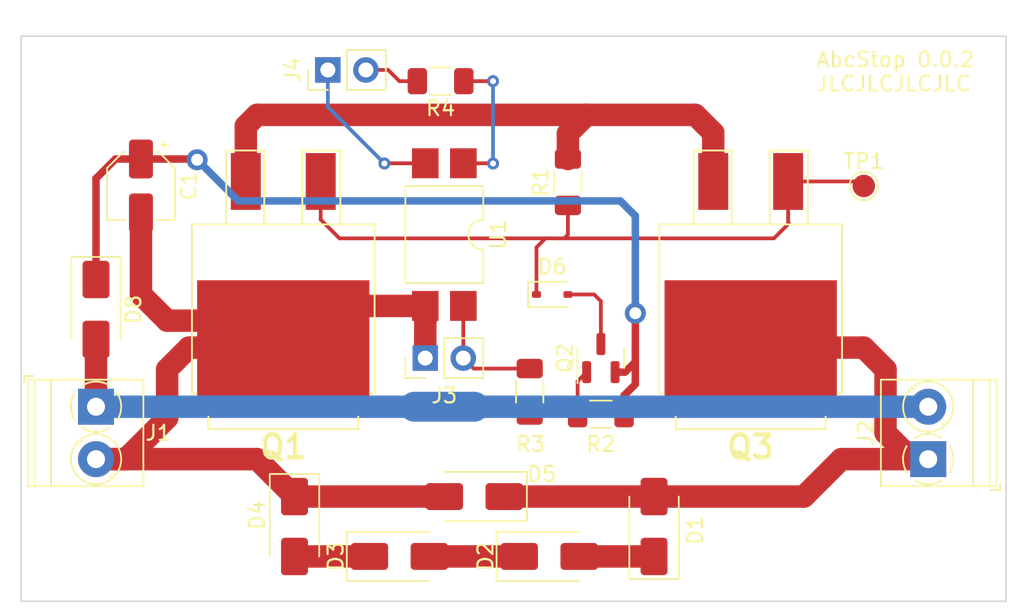
<source format=kicad_pcb>
(kicad_pcb (version 20221018) (generator pcbnew)
  (title_block (title "AbcStop") (date "2023-06-01") (rev "0.0.2") (company "Dcc Diy Tools"))
  (layers (0 "F.Cu" signal) (31 "B.Cu" signal) (34 "B.Paste" user) (35 "F.Paste" user) (36 "B.SilkS" user "B.Silkscreen") (37 "F.SilkS" user "F.Silkscreen") (38 "B.Mask" user) (39 "F.Mask" user) (44 "Edge.Cuts" user))
  (net 0 "")
  (net 1 "/d1")
  (net 2 "/Right_OUT")
  (net 3 "/d2")
  (net 4 "/d3")
  (net 5 "/Right_IN")
  (net 6 "/Left_IN")
  (net 7 "/Left_OUT")
  (net 8 "/High_Right")
  (net 9 "Net-(D6-K)")
  (net 10 "Net-(D6-A)")
  (net 11 "Net-(J3-Pin_2)")
  (net 12 "/GRight")
  (net 13 "Net-(R4-Pad1)")
  (net 14 "/en")
  (net 15 "/enGnd")
  (net 16 "/Right_1")
  (footprint "Diode_SMD:D_SMA" (layer "F.Cu") (at 63 53.5 -90)
    (fp_text reference "D8" (at 0 -2.5 90) (layer "F.SilkS"))
    (fp_text value "ES1G+")
    (fp_line (start -3.51 -1.65) (end -3.51 1.65) (stroke (width 0.12)) (layer "F.SilkS"))
    (fp_line (start -3.51 -1.65) (end 2 -1.65) (stroke (width 0.12)) (layer "F.SilkS"))
    (fp_line (start -3.51 1.65) (end 2 1.65) (stroke (width 0.12)) (layer "F.SilkS"))
    (pad "1" smd roundrect (at -2 0 270) (size 2.5 1.8) (layers "F.Cu" "F.Paste" "F.Mask") (roundrect_rratio 0.1388888889) (net 8 "/High_Right"))
    (pad "2" smd roundrect (at 2 0 270) (size 2.5 1.8) (layers "F.Cu" "F.Paste" "F.Mask") (roundrect_rratio 0.1388888889) (net 6 "/Left_IN"))
  )
  (footprint "Resistor_SMD:R_1206_3216Metric_Pad1.30x1.75mm_HandSolder" (layer "F.Cu") (at 96.7 60.5)
    (fp_text reference "R2" (at 0 2) (layer "F.SilkS"))
    (fp_text value "3K")
    (fp_line (start -0.727064 -0.91) (end 0.727064 -0.91) (stroke (width 0.12)) (layer "F.SilkS"))
    (fp_line (start -0.727064 0.91) (end 0.727064 0.91) (stroke (width 0.12)) (layer "F.SilkS"))
    (pad "1" smd roundrect (at -1.55 0) (size 1.3 1.75) (layers "F.Cu" "F.Paste" "F.Mask") (roundrect_rratio 0.192308) (net 12 "/GRight"))
    (pad "2" smd roundrect (at 1.55 0) (size 1.3 1.75) (layers "F.Cu" "F.Paste" "F.Mask") (roundrect_rratio 0.192308) (net 8 "/High_Right"))
  )
  (footprint "DigitalTrains:sot404" (layer "F.Cu") (at 75.5 50.5 180)
    (fp_text reference "Q1" (at 0 -12.192) (layer "F.SilkS") (effects (font (size 1.524 1.524) (thickness 0.3048))))
    (fp_text value "PSMN022" hide)
    (fp_line (start -6.096 -8.636) (end -5.842 -8.636) (stroke (width 0.127)) (layer "F.SilkS"))
    (fp_line (start -6.096 2.6797) (end -6.096 -8.636) (stroke (width 0.127)) (layer "F.SilkS"))
    (fp_line (start -5.0038 -10.9982) (end 5.0038 -10.9982) (stroke (width 0.127)) (layer "F.SilkS"))
    (fp_line (start -5.0038 -10.16) (end -5.0038 -10.9982) (stroke (width 0.127)) (layer "F.SilkS"))
    (fp_line (start -3.81 2.6797) (end -3.81 7.62) (stroke (width 0.127)) (layer "F.SilkS"))
    (fp_line (start -3.81 7.62) (end -1.27 7.62) (stroke (width 0.127)) (layer "F.SilkS"))
    (fp_line (start -1.27 7.62) (end -1.27 2.6797) (stroke (width 0.127)) (layer "F.SilkS"))
    (fp_line (start 1.27 2.6797) (end 1.27 7.62) (stroke (width 0.127)) (layer "F.SilkS"))
    (fp_line (start 1.27 7.62) (end 3.81 7.62) (stroke (width 0.127)) (layer "F.SilkS"))
    (fp_line (start 3.81 7.62) (end 3.81 2.6797) (stroke (width 0.127)) (layer "F.SilkS"))
    (fp_line (start 5.0038 -10.9982) (end 5.0038 -10.16) (stroke (width 0.127)) (layer "F.SilkS"))
    (fp_line (start 5.842 -8.636) (end 6.096 -8.636) (stroke (width 0.127)) (layer "F.SilkS"))
    (fp_line (start 6.096 -8.636) (end 6.096 2.6797) (stroke (width 0.127)) (layer "F.SilkS"))
    (fp_line (start 6.096 2.6797) (end -6.096 2.6797) (stroke (width 0.127)) (layer "F.SilkS"))
    (pad "1" smd rect (at -2.49936 5.5499 180) (size 1.99898 3.79984) (layers "F.Cu" "F.Paste" "F.Mask") (net 9 "Net-(D6-K)"))
    (pad "2" smd rect (at 0 -5.5499 180) (size 11.50112 8.99922) (layers "F.Cu" "F.Paste" "F.Mask") (net 5 "/Right_IN"))
    (pad "3" smd rect (at 2.49936 5.5499 180) (size 1.99898 3.79984) (layers "F.Cu" "F.Paste" "F.Mask") (net 16 "/Right_1"))
  )
  (footprint "Diode_SMD:D_SMA" (layer "F.Cu") (at 76.25 68 -90)
    (fp_text reference "D4" (at -0.75 2.5 -90) (layer "F.SilkS"))
    (fp_text value "ES1G+")
    (fp_line (start -3.51 -1.65) (end -3.51 1.65) (stroke (width 0.12)) (layer "F.SilkS"))
    (fp_line (start -3.51 -1.65) (end 2 -1.65) (stroke (width 0.12)) (layer "F.SilkS"))
    (fp_line (start -3.51 1.65) (end 2 1.65) (stroke (width 0.12)) (layer "F.SilkS"))
    (pad "1" smd roundrect (at -2 0 270) (size 2.5 1.8) (layers "F.Cu" "F.Paste" "F.Mask") (roundrect_rratio 0.1388888889) (net 5 "/Right_IN"))
    (pad "2" smd roundrect (at 2 0 270) (size 2.5 1.8) (layers "F.Cu" "F.Paste" "F.Mask") (roundrect_rratio 0.1388888889) (net 4 "/d3"))
  )
  (footprint "Package_DIP:SMDIP-4_W9.53mm" (layer "F.Cu") (at 86.25 48.5 -90)
    (fp_text reference "U1" (at 0 -3.6 90) (layer "F.SilkS"))
    (fp_text value "VO615A")
    (fp_line (start -3.235 -2.6) (end -3.235 2.6) (stroke (width 0.12)) (layer "F.SilkS"))
    (fp_line (start -3.235 2.6) (end 3.235 2.6) (stroke (width 0.12)) (layer "F.SilkS"))
    (fp_line (start -1 -2.6) (end -3.235 -2.6) (stroke (width 0.12)) (layer "F.SilkS"))
    (fp_line (start 3.235 -2.6) (end 1 -2.6) (stroke (width 0.12)) (layer "F.SilkS"))
    (fp_line (start 3.235 2.6) (end 3.235 -2.6) (stroke (width 0.12)) (layer "F.SilkS"))
    (fp_arc (start 1 -2.6) (mid 0 -1.6) (end -1 -2.6) (stroke (width 0.12)) (layer "F.SilkS"))
    (pad "1" smd rect (at -4.765 -1.27 270) (size 2 1.78) (layers "F.Cu" "F.Paste" "F.Mask") (net 13 "Net-(R4-Pad1)"))
    (pad "2" smd rect (at -4.765 1.27 270) (size 2 1.78) (layers "F.Cu" "F.Paste" "F.Mask") (net 15 "/enGnd"))
    (pad "3" smd rect (at 4.765 1.27 270) (size 2 1.78) (layers "F.Cu" "F.Paste" "F.Mask") (net 5 "/Right_IN"))
    (pad "4" smd rect (at 4.765 -1.27 270) (size 2 1.78) (layers "F.Cu" "F.Paste" "F.Mask") (net 11 "Net-(J3-Pin_2)"))
  )
  (footprint "Connector_PinHeader_2.54mm:PinHeader_1x02_P2.54mm_Vertical" (layer "F.Cu") (at 84.975 56.75 90)
    (property "Value" "Conn_01x02")
    (fp_text reference "J3" (at -2.5 1.275 180) (layer "F.SilkS"))
    (fp_text value "Conn_01x02")
    (fp_line (start -1.33 -1.33) (end 0 -1.33) (stroke (width 0.12)) (layer "F.SilkS"))
    (fp_line (start -1.33 0) (end -1.33 -1.33) (stroke (width 0.12)) (layer "F.SilkS"))
    (fp_line (start -1.33 1.27) (end -1.33 3.87) (stroke (width 0.12)) (layer "F.SilkS"))
    (fp_line (start -1.33 1.27) (end 1.33 1.27) (stroke (width 0.12)) (layer "F.SilkS"))
    (fp_line (start -1.33 3.87) (end 1.33 3.87) (stroke (width 0.12)) (layer "F.SilkS"))
    (fp_line (start 1.33 1.27) (end 1.33 3.87) (stroke (width 0.12)) (layer "F.SilkS"))
    (pad "1" thru_hole rect (at 0 0 90) (size 1.7 1.7) (drill 1) (layers "*.Cu" "*.Mask") (net 5 "/Right_IN"))
    (pad "2" thru_hole oval (at 0 2.54 90) (size 1.7 1.7) (drill 1) (layers "*.Cu" "*.Mask") (net 11 "Net-(J3-Pin_2)"))
  )
  (footprint "Connector_PinHeader_2.54mm:PinHeader_1x02_P2.54mm_Vertical" (layer "F.Cu") (at 78.475 37.5 90)
    (property "Value" "Conn_01x02")
    (fp_text reference "J4" (at 0 -2.33 90) (layer "F.SilkS"))
    (fp_text value "Conn_01x02")
    (fp_line (start -1.33 -1.33) (end 0 -1.33) (stroke (width 0.12)) (layer "F.SilkS"))
    (fp_line (start -1.33 0) (end -1.33 -1.33) (stroke (width 0.12)) (layer "F.SilkS"))
    (fp_line (start -1.33 1.27) (end -1.33 3.87) (stroke (width 0.12)) (layer "F.SilkS"))
    (fp_line (start -1.33 1.27) (end 1.33 1.27) (stroke (width 0.12)) (layer "F.SilkS"))
    (fp_line (start -1.33 3.87) (end 1.33 3.87) (stroke (width 0.12)) (layer "F.SilkS"))
    (fp_line (start 1.33 1.27) (end 1.33 3.87) (stroke (width 0.12)) (layer "F.SilkS"))
    (pad "1" thru_hole rect (at 0 0 90) (size 1.7 1.7) (drill 1) (layers "*.Cu" "*.Mask") (net 15 "/enGnd"))
    (pad "2" thru_hole oval (at 0 2.54 90) (size 1.7 1.7) (drill 1) (layers "*.Cu" "*.Mask") (net 14 "/en"))
  )
  (footprint "Package_TO_SOT_SMD:SOT-23" (layer "F.Cu") (at 96.7 56.75 90)
    (fp_text reference "Q2" (at 0 -2.4 90) (layer "F.SilkS"))
    (fp_text value "Q_PMOS_GSD")
    (fp_line (start 0 -1.56) (end -1.675 -1.56) (stroke (width 0.12)) (layer "F.SilkS"))
    (fp_line (start 0 -1.56) (end 0.65 -1.56) (stroke (width 0.12)) (layer "F.SilkS"))
    (fp_line (start 0 1.56) (end -0.65 1.56) (stroke (width 0.12)) (layer "F.SilkS"))
    (fp_line (start 0 1.56) (end 0.65 1.56) (stroke (width 0.12)) (layer "F.SilkS"))
    (pad "1" smd roundrect (at -0.9375 -0.95 90) (size 1.475 0.6) (layers "F.Cu" "F.Paste" "F.Mask") (net 12 "/GRight"))
    (pad "2" smd roundrect (at -0.9375 0.95 90) (size 1.475 0.6) (layers "F.Cu" "F.Paste" "F.Mask") (net 8 "/High_Right"))
    (pad "3" smd roundrect (at 0.9375 0 90) (size 1.475 0.6) (layers "F.Cu" "F.Paste" "F.Mask") (net 10 "Net-(D6-A)"))
  )
  (footprint "Resistor_SMD:R_1206_3216Metric_Pad1.30x1.75mm_HandSolder" (layer "F.Cu") (at 86 38.25 180)
    (fp_text reference "R4" (at 0 -1.82) (layer "F.SilkS"))
    (fp_text value "3K")
    (fp_line (start -0.727064 -0.91) (end 0.727064 -0.91) (stroke (width 0.12)) (layer "F.SilkS"))
    (fp_line (start -0.727064 0.91) (end 0.727064 0.91) (stroke (width 0.12)) (layer "F.SilkS"))
    (pad "1" smd roundrect (at -1.55 0 180) (size 1.3 1.75) (layers "F.Cu" "F.Paste" "F.Mask") (roundrect_rratio 0.192308) (net 13 "Net-(R4-Pad1)"))
    (pad "2" smd roundrect (at 1.55 0 180) (size 1.3 1.75) (layers "F.Cu" "F.Paste" "F.Mask") (roundrect_rratio 0.192308) (net 14 "/en"))
  )
  (footprint "Diode_SMD:D_SMA" (layer "F.Cu") (at 83.25 70)
    (fp_text reference "D3" (at -4.25 0 90) (layer "F.SilkS"))
    (fp_text value "ES1G+")
    (fp_line (start -3.51 -1.65) (end -3.51 1.65) (stroke (width 0.12)) (layer "F.SilkS"))
    (fp_line (start -3.51 -1.65) (end 2 -1.65) (stroke (width 0.12)) (layer "F.SilkS"))
    (fp_line (start -3.51 1.65) (end 2 1.65) (stroke (width 0.12)) (layer "F.SilkS"))
    (pad "1" smd roundrect (at -2 0) (size 2.5 1.8) (layers "F.Cu" "F.Paste" "F.Mask") (roundrect_rratio 0.1388888889) (net 4 "/d3"))
    (pad "2" smd roundrect (at 2 0) (size 2.5 1.8) (layers "F.Cu" "F.Paste" "F.Mask") (roundrect_rratio 0.1388888889) (net 3 "/d2"))
  )
  (footprint "Resistor_SMD:R_1206_3216Metric_Pad1.30x1.75mm_HandSolder" (layer "F.Cu") (at 91.95 59 90)
    (fp_text reference "R3" (at -3.5 0.05) (layer "F.SilkS"))
    (fp_text value "1K")
    (fp_line (start -0.727064 -0.91) (end 0.727064 -0.91) (stroke (width 0.12)) (layer "F.SilkS"))
    (fp_line (start -0.727064 0.91) (end 0.727064 0.91) (stroke (width 0.12)) (layer "F.SilkS"))
    (pad "1" smd roundrect (at -1.55 0 90) (size 1.3 1.75) (layers "F.Cu" "F.Paste" "F.Mask") (roundrect_rratio 0.192308) (net 12 "/GRight"))
    (pad "2" smd roundrect (at 1.55 0 90) (size 1.3 1.75) (layers "F.Cu" "F.Paste" "F.Mask") (roundrect_rratio 0.192308) (net 11 "Net-(J3-Pin_2)"))
  )
  (footprint "Diode_SMD:D_SMA" (layer "F.Cu") (at 88.25 66 180)
    (fp_text reference "D5" (at -4.5 1.5) (layer "F.SilkS"))
    (fp_text value "ES1G+")
    (fp_line (start -3.51 -1.65) (end -3.51 1.65) (stroke (width 0.12)) (layer "F.SilkS"))
    (fp_line (start -3.51 -1.65) (end 2 -1.65) (stroke (width 0.12)) (layer "F.SilkS"))
    (fp_line (start -3.51 1.65) (end 2 1.65) (stroke (width 0.12)) (layer "F.SilkS"))
    (pad "1" smd roundrect (at -2 0 180) (size 2.5 1.8) (layers "F.Cu" "F.Paste" "F.Mask") (roundrect_rratio 0.1388888889) (net 2 "/Right_OUT"))
    (pad "2" smd roundrect (at 2 0 180) (size 2.5 1.8) (layers "F.Cu" "F.Paste" "F.Mask") (roundrect_rratio 0.1388888889) (net 5 "/Right_IN"))
  )
  (footprint "TestPoint:TestPoint_Pad_D1.5mm" (layer "F.Cu") (at 114.25 45.25)
    (fp_text reference "TP1" (at 0 -1.648) (layer "F.SilkS"))
    (fp_text value "TestPoint")
    (fp_circle (center 0 0) (end 0 0.95) (stroke (width 0.12)) (fill none) (layer "F.SilkS"))
    (pad "1" smd circle (at 0 0) (size 1.5 1.5) (layers "F.Cu" "F.Mask") (net 9 "Net-(D6-K)"))
  )
  (footprint "TerminalBlock_Phoenix:TerminalBlock_Phoenix_PT-1,5-2-3.5-H_1x02_P3.50mm_Horizontal" (layer "F.Cu") (at 63 60 -90)
    (fp_text reference "J1" (at 1.75 -4.16 -180) (layer "F.SilkS"))
    (fp_text value "SCREW")
    (fp_line (start -2.05 4.16) (end -2.05 4.8) (stroke (width 0.12)) (layer "F.SilkS"))
    (fp_line (start -2.05 4.8) (end -1.65 4.8) (stroke (width 0.12)) (layer "F.SilkS"))
    (fp_line (start -1.81 -3.16) (end -1.81 4.56) (stroke (width 0.12)) (layer "F.SilkS"))
    (fp_line (start -1.81 -3.16) (end 5.31 -3.16) (stroke (width 0.12)) (layer "F.SilkS"))
    (fp_line (start -1.81 3) (end 5.31 3) (stroke (width 0.12)) (layer "F.SilkS"))
    (fp_line (start -1.81 4.1) (end 5.31 4.1) (stroke (width 0.12)) (layer "F.SilkS"))
    (fp_line (start -1.81 4.56) (end 5.31 4.56) (stroke (width 0.12)) (layer "F.SilkS"))
    (fp_line (start 2.355 0.941) (end 2.226 1.069) (stroke (width 0.12)) (layer "F.SilkS"))
    (fp_line (start 2.525 1.181) (end 2.431 1.274) (stroke (width 0.12)) (layer "F.SilkS"))
    (fp_line (start 4.57 -1.275) (end 4.476 -1.181) (stroke (width 0.12)) (layer "F.SilkS"))
    (fp_line (start 4.775 -1.069) (end 4.646 -0.941) (stroke (width 0.12)) (layer "F.SilkS"))
    (fp_line (start 5.31 -3.16) (end 5.31 4.56) (stroke (width 0.12)) (layer "F.SilkS"))
    (fp_arc (start -1.425358 0.889894) (mid -1.680286 0.014012) (end -1.44 -0.866) (stroke (width 0.12)) (layer "F.SilkS"))
    (fp_arc (start -0.889894 -1.425358) (mid -0.014012 -1.680286) (end 0.866 -1.44) (stroke (width 0.12)) (layer "F.SilkS"))
    (fp_arc (start 0.028674 1.680099) (mid -0.435535 1.622918) (end -0.866 1.44) (stroke (width 0.12)) (layer "F.SilkS"))
    (fp_arc (start 0.890264 1.424721) (mid 0.463071 1.61492) (end 0 1.68) (stroke (width 0.12)) (layer "F.SilkS"))
    (fp_arc (start 1.425504 -0.890193) (mid 1.680626 0.000476) (end 1.425 0.891) (stroke (width 0.12)) (layer "F.SilkS"))
    (fp_circle (center 3.5 0) (end 5.18 0) (stroke (width 0.12)) (fill none) (layer "F.SilkS"))
    (pad "1" thru_hole rect (at 0 0 270) (size 2.4 2.4) (drill 1.2) (layers "*.Cu" "*.Mask") (net 6 "/Left_IN"))
    (pad "2" thru_hole circle (at 3.5 0 270) (size 2.4 2.4) (drill 1.2) (layers "*.Cu" "*.Mask") (net 5 "/Right_IN"))
  )
  (footprint "TerminalBlock_Phoenix:TerminalBlock_Phoenix_PT-1,5-2-3.5-H_1x02_P3.50mm_Horizontal" (layer "F.Cu") (at 118.55 63.5 90)
    (fp_text reference "J2" (at 1.75 -4.16 90) (layer "F.SilkS"))
    (fp_text value "SCREW")
    (fp_line (start -2.05 4.16) (end -2.05 4.8) (stroke (width 0.12)) (layer "F.SilkS"))
    (fp_line (start -2.05 4.8) (end -1.65 4.8) (stroke (width 0.12)) (layer "F.SilkS"))
    (fp_line (start -1.81 -3.16) (end -1.81 4.56) (stroke (width 0.12)) (layer "F.SilkS"))
    (fp_line (start -1.81 -3.16) (end 5.31 -3.16) (stroke (width 0.12)) (layer "F.SilkS"))
    (fp_line (start -1.81 3) (end 5.31 3) (stroke (width 0.12)) (layer "F.SilkS"))
    (fp_line (start -1.81 4.1) (end 5.31 4.1) (stroke (width 0.12)) (layer "F.SilkS"))
    (fp_line (start -1.81 4.56) (end 5.31 4.56) (stroke (width 0.12)) (layer "F.SilkS"))
    (fp_line (start 2.355 0.941) (end 2.226 1.069) (stroke (width 0.12)) (layer "F.SilkS"))
    (fp_line (start 2.525 1.181) (end 2.431 1.274) (stroke (width 0.12)) (layer "F.SilkS"))
    (fp_line (start 4.57 -1.275) (end 4.476 -1.181) (stroke (width 0.12)) (layer "F.SilkS"))
    (fp_line (start 4.775 -1.069) (end 4.646 -0.941) (stroke (width 0.12)) (layer "F.SilkS"))
    (fp_line (start 5.31 -3.16) (end 5.31 4.56) (stroke (width 0.12)) (layer "F.SilkS"))
    (fp_arc (start -1.425358 0.889894) (mid -1.680286 0.014012) (end -1.44 -0.866) (stroke (width 0.12)) (layer "F.SilkS"))
    (fp_arc (start -0.889894 -1.425358) (mid -0.014012 -1.680286) (end 0.866 -1.44) (stroke (width 0.12)) (layer "F.SilkS"))
    (fp_arc (start 0.028674 1.680099) (mid -0.435535 1.622918) (end -0.866 1.44) (stroke (width 0.12)) (layer "F.SilkS"))
    (fp_arc (start 0.890264 1.424721) (mid 0.463071 1.61492) (end 0 1.68) (stroke (width 0.12)) (layer "F.SilkS"))
    (fp_arc (start 1.425504 -0.890193) (mid 1.680626 0.000476) (end 1.425 0.891) (stroke (width 0.12)) (layer "F.SilkS"))
    (fp_circle (center 3.5 0) (end 5.18 0) (stroke (width 0.12)) (fill none) (layer "F.SilkS"))
    (pad "1" thru_hole rect (at 0 0 90) (size 2.4 2.4) (drill 1.2) (layers "*.Cu" "*.Mask") (net 2 "/Right_OUT"))
    (pad "2" thru_hole circle (at 3.5 0 90) (size 2.4 2.4) (drill 1.2) (layers "*.Cu" "*.Mask") (net 7 "/Left_OUT"))
  )
  (footprint "Resistor_SMD:R_1206_3216Metric_Pad1.30x1.75mm_HandSolder" (layer "F.Cu") (at 94.5 45 90)
    (fp_text reference "R1" (at 0 -1.82 90) (layer "F.SilkS"))
    (fp_text value "1K")
    (fp_line (start -0.727064 -0.91) (end 0.727064 -0.91) (stroke (width 0.12)) (layer "F.SilkS"))
    (fp_line (start -0.727064 0.91) (end 0.727064 0.91) (stroke (width 0.12)) (layer "F.SilkS"))
    (pad "1" smd roundrect (at -1.55 0 90) (size 1.3 1.75) (layers "F.Cu" "F.Paste" "F.Mask") (roundrect_rratio 0.192308) (net 9 "Net-(D6-K)"))
    (pad "2" smd roundrect (at 1.55 0 90) (size 1.3 1.75) (layers "F.Cu" "F.Paste" "F.Mask") (roundrect_rratio 0.192308) (net 16 "/Right_1"))
  )
  (footprint "DigitalTrains:sot404" (layer "F.Cu") (at 106.7001 50.5 180)
    (fp_text reference "Q3" (at 0 -12.192) (layer "F.SilkS") (effects (font (size 1.524 1.524) (thickness 0.3048))))
    (fp_text value "PSMN022" hide)
    (fp_line (start -6.096 -8.636) (end -5.842 -8.636) (stroke (width 0.127)) (layer "F.SilkS"))
    (fp_line (start -6.096 2.6797) (end -6.096 -8.636) (stroke (width 0.127)) (layer "F.SilkS"))
    (fp_line (start -5.0038 -10.9982) (end 5.0038 -10.9982) (stroke (width 0.127)) (layer "F.SilkS"))
    (fp_line (start -5.0038 -10.16) (end -5.0038 -10.9982) (stroke (width 0.127)) (layer "F.SilkS"))
    (fp_line (start -3.81 2.6797) (end -3.81 7.62) (stroke (width 0.127)) (layer "F.SilkS"))
    (fp_line (start -3.81 7.62) (end -1.27 7.62) (stroke (width 0.127)) (layer "F.SilkS"))
    (fp_line (start -1.27 7.62) (end -1.27 2.6797) (stroke (width 0.127)) (layer "F.SilkS"))
    (fp_line (start 1.27 2.6797) (end 1.27 7.62) (stroke (width 0.127)) (layer "F.SilkS"))
    (fp_line (start 1.27 7.62) (end 3.81 7.62) (stroke (width 0.127)) (layer "F.SilkS"))
    (fp_line (start 3.81 7.62) (end 3.81 2.6797) (stroke (width 0.127)) (layer "F.SilkS"))
    (fp_line (start 5.0038 -10.9982) (end 5.0038 -10.16) (stroke (width 0.127)) (layer "F.SilkS"))
    (fp_line (start 5.842 -8.636) (end 6.096 -8.636) (stroke (width 0.127)) (layer "F.SilkS"))
    (fp_line (start 6.096 -8.636) (end 6.096 2.6797) (stroke (width 0.127)) (layer "F.SilkS"))
    (fp_line (start 6.096 2.6797) (end -6.096 2.6797) (stroke (width 0.127)) (layer "F.SilkS"))
    (pad "1" smd rect (at -2.49936 5.5499 180) (size 1.99898 3.79984) (layers "F.Cu" "F.Paste" "F.Mask") (net 9 "Net-(D6-K)"))
    (pad "2" smd rect (at 0 -5.5499 180) (size 11.50112 8.99922) (layers "F.Cu" "F.Paste" "F.Mask") (net 2 "/Right_OUT"))
    (pad "3" smd rect (at 2.49936 5.5499 180) (size 1.99898 3.79984) (layers "F.Cu" "F.Paste" "F.Mask") (net 16 "/Right_1"))
  )
  (footprint "Capacitor_SMD:CP_Elec_4x5.4" (layer "F.Cu") (at 66 45.25 -90)
    (fp_text reference "C1" (at 0 -3.2 90) (layer "F.SilkS"))
    (fp_text value "4.7uF")
    (fp_line (start -3 -1.56) (end -2.5 -1.56) (stroke (width 0.12)) (layer "F.SilkS"))
    (fp_line (start -2.75 -1.81) (end -2.75 -1.31) (stroke (width 0.12)) (layer "F.SilkS"))
    (fp_line (start -2.26 -1.195563) (end -2.26 -1.06) (stroke (width 0.12)) (layer "F.SilkS"))
    (fp_line (start -2.26 -1.195563) (end -1.195563 -2.26) (stroke (width 0.12)) (layer "F.SilkS"))
    (fp_line (start -2.26 1.195563) (end -2.26 1.06) (stroke (width 0.12)) (layer "F.SilkS"))
    (fp_line (start -2.26 1.195563) (end -1.195563 2.26) (stroke (width 0.12)) (layer "F.SilkS"))
    (fp_line (start -1.195563 -2.26) (end 2.26 -2.26) (stroke (width 0.12)) (layer "F.SilkS"))
    (fp_line (start -1.195563 2.26) (end 2.26 2.26) (stroke (width 0.12)) (layer "F.SilkS"))
    (fp_line (start 2.26 -2.26) (end 2.26 -1.06) (stroke (width 0.12)) (layer "F.SilkS"))
    (fp_line (start 2.26 2.26) (end 2.26 1.06) (stroke (width 0.12)) (layer "F.SilkS"))
    (pad "1" smd roundrect (at -1.8 0 270) (size 2.6 1.6) (layers "F.Cu" "F.Paste" "F.Mask") (roundrect_rratio 0.15625) (net 8 "/High_Right"))
    (pad "2" smd roundrect (at 1.8 0 270) (size 2.6 1.6) (layers "F.Cu" "F.Paste" "F.Mask") (roundrect_rratio 0.15625) (net 5 "/Right_IN"))
  )
  (footprint "Diode_SMD:D_SMA" (layer "F.Cu") (at 100.25 68 90)
    (fp_text reference "D1" (at -0.25 2.75 270) (layer "F.SilkS"))
    (fp_text value "ES1G+")
    (fp_line (start -3.51 -1.65) (end -3.51 1.65) (stroke (width 0.12)) (layer "F.SilkS"))
    (fp_line (start -3.51 -1.65) (end 2 -1.65) (stroke (width 0.12)) (layer "F.SilkS"))
    (fp_line (start -3.51 1.65) (end 2 1.65) (stroke (width 0.12)) (layer "F.SilkS"))
    (pad "1" smd roundrect (at -2 0 90) (size 2.5 1.8) (layers "F.Cu" "F.Paste" "F.Mask") (roundrect_rratio 0.1388888889) (net 1 "/d1"))
    (pad "2" smd roundrect (at 2 0 90) (size 2.5 1.8) (layers "F.Cu" "F.Paste" "F.Mask") (roundrect_rratio 0.1388888889) (net 2 "/Right_OUT"))
  )
  (footprint "Diode_SMD:D_SOD-323" (layer "F.Cu") (at 93.45 52.5)
    (fp_text reference "D6" (at 0 -1.85) (layer "F.SilkS"))
    (fp_text value "1N4148")
    (fp_line (start -1.61 -0.85) (end -1.61 0.85) (stroke (width 0.12)) (layer "F.SilkS"))
    (fp_line (start -1.61 -0.85) (end 1.05 -0.85) (stroke (width 0.12)) (layer "F.SilkS"))
    (fp_line (start -1.61 0.85) (end 1.05 0.85) (stroke (width 0.12)) (layer "F.SilkS"))
    (pad "1" smd roundrect (at -1.05 0) (size 0.6 0.45) (layers "F.Cu" "F.Paste" "F.Mask") (net 9 "Net-(D6-K)"))
    (pad "2" smd roundrect (at 1.05 0) (size 0.6 0.45) (layers "F.Cu" "F.Paste" "F.Mask") (net 10 "Net-(D6-A)"))
  )
  (footprint "Diode_SMD:D_SMA" (layer "F.Cu") (at 93.25 70)
    (fp_text reference "D2" (at -4.25 0 90) (layer "F.SilkS"))
    (fp_text value "ES1G+")
    (fp_line (start -3.51 -1.65) (end -3.51 1.65) (stroke (width 0.12)) (layer "F.SilkS"))
    (fp_line (start -3.51 -1.65) (end 2 -1.65) (stroke (width 0.12)) (layer "F.SilkS"))
    (fp_line (start -3.51 1.65) (end 2 1.65) (stroke (width 0.12)) (layer "F.SilkS"))
    (pad "1" smd roundrect (at -2 0) (size 2.5 1.8) (layers "F.Cu" "F.Paste" "F.Mask") (roundrect_rratio 0.1388888889) (net 3 "/d2"))
    (pad "2" smd roundrect (at 2 0) (size 2.5 1.8) (layers "F.Cu" "F.Paste" "F.Mask") (roundrect_rratio 0.1388888889) (net 1 "/d1"))
  )
  (footprint "NetTie:NetTie-2_SMD_Pad2.0mm" (layer "B.Cu") (at 86.25 60)
    (fp_text reference "NT1" hide)
    (fp_text value "NetTie_2" hide)
    (fp_poly (pts (xy -2 1) (xy 2 1) (xy 2 -1) (xy -2 -1)) (fill solid) (layer "B.Cu"))
    (pad "1" smd circle (at -2 0) (size 2 2) (layers "B.Cu") (net 6 "/Left_IN"))
    (pad "2" smd circle (at 2 0) (size 2 2) (layers "B.Cu") (net 7 "/Left_OUT"))
  )
  (gr_rect (start 58 35.25) (end 123.75 73) (stroke (width 0.1)) (fill none) (layer "Edge.Cuts"))
  (gr_text "AbcStop 0.0.2\nJLCJLCJLCJLC" (at 111 39) (layer "F.SilkS") (effects (font (size 1 1)) (justify left bottom)))
  (segment (start 95.25 70) (end 100.25 70) (width 1.5) (layer "F.Cu") (net 1))
  (segment (start 115.7001 57.5) (end 115.7001 61.75) (width 1.5) (layer "F.Cu") (net 2))
  (segment (start 112.75 63.5) (end 110.25 66) (width 1.5) (layer "F.Cu") (net 2))
  (segment (start 90.25 66) (end 100.25 66) (width 1.5) (layer "F.Cu") (net 2))
  (segment (start 117.4501 63.5) (end 118.55 63.5) (width 1.5) (layer "F.Cu") (net 2))
  (segment (start 106.7001 56.0499) (end 114.25 56.0499) (width 1.5) (layer "F.Cu") (net 2))
  (segment (start 114.25 56.0499) (end 115.7001 57.5) (width 1.5) (layer "F.Cu") (net 2))
  (segment (start 118.55 63.5) (end 112.75 63.5) (width 1.5) (layer "F.Cu") (net 2))
  (segment (start 115.7001 61.75) (end 117.4501 63.5) (width 1.5) (layer "F.Cu") (net 2))
  (segment (start 110.25 66) (end 100.25 66) (width 1.5) (layer "F.Cu") (net 2))
  (segment (start 85.25 70) (end 91.25 70) (width 1.5) (layer "F.Cu") (net 3))
  (segment (start 76.25 70) (end 81.25 70) (width 1.5) (layer "F.Cu") (net 4))
  (segment (start 84.98 54.25) (end 84.975 54.25) (width 1.5) (layer "F.Cu") (net 5))
  (segment (start 73.75 63.5) (end 76.25 66) (width 1.5) (layer "F.Cu") (net 5))
  (segment (start 85 54.225) (end 84.975 54.25) (width 1.5) (layer "F.Cu") (net 5))
  (segment (start 84.98 53.265) (end 84.98 56.745) (width 1.5) (layer "F.Cu") (net 5))
  (segment (start 85 53.285) (end 85 54.225) (width 1.5) (layer "F.Cu") (net 5))
  (segment (start 67.75 60.75) (end 67.75 57.5) (width 1.5) (layer "F.Cu") (net 5))
  (segment (start 76.25 66) (end 86.25 66) (width 1.5) (layer "F.Cu") (net 5))
  (segment (start 63 63.5) (end 73.75 63.5) (width 1.5) (layer "F.Cu") (net 5))
  (segment (start 84.975 56.75) (end 84.975 55.75) (width 1.5) (layer "F.Cu") (net 5))
  (segment (start 78.2849 53.265) (end 75.5 56.0499) (width 1.5) (layer "F.Cu") (net 5))
  (segment (start 65 63.5) (end 67.75 60.75) (width 1.5) (layer "F.Cu") (net 5))
  (segment (start 84.98 53.265) (end 85 53.285) (width 1.5) (layer "F.Cu") (net 5))
  (segment (start 84.98 53.265) (end 78.2849 53.265) (width 1.5) (layer "F.Cu") (net 5))
  (segment (start 63 63.5) (end 65 63.5) (width 1.5) (layer "F.Cu") (net 5))
  (segment (start 66 47.05) (end 66 52.5) (width 1.5) (layer "F.Cu") (net 5))
  (segment (start 84.975 55.75) (end 84.98 55.75) (width 1.5) (layer "F.Cu") (net 5))
  (segment (start 69.2001 56.0499) (end 75.5 56.0499) (width 1.5) (layer "F.Cu") (net 5))
  (segment (start 84.98 56.745) (end 84.975 56.75) (width 1.5) (layer "F.Cu") (net 5))
  (segment (start 66 52.5) (end 67.75 54.25) (width 1.5) (layer "F.Cu") (net 5))
  (segment (start 67.75 54.25) (end 75.5 54.25) (width 1.5) (layer "F.Cu") (net 5))
  (segment (start 67.75 57.5) (end 69.2001 56.0499) (width 1.5) (layer "F.Cu") (net 5))
  (segment (start 84.98 53.265) (end 84.98 54.25) (width 1.5) (layer "F.Cu") (net 5))
  (segment (start 63 60) (end 63 55.75) (width 1.5) (layer "F.Cu") (net 6))
  (segment (start 84.25 60) (end 63 60) (width 1.5) (layer "B.Cu") (net 6))
  (segment (start 118.55 60) (end 88.25 60) (width 1.5) (layer "B.Cu") (net 7))
  (segment (start 66 43.45) (end 64.3 43.45) (width 0.5) (layer "F.Cu") (net 8))
  (segment (start 69.7 43.45) (end 69.75 43.5) (width 0.5) (layer "F.Cu") (net 8))
  (segment (start 66 43.45) (end 69.7 43.45) (width 0.5) (layer "F.Cu") (net 8))
  (segment (start 64.3 43.45) (end 63 44.75) (width 0.5) (layer "F.Cu") (net 8))
  (segment (start 63 44.75) (end 63 51.5) (width 0.5) (layer "F.Cu") (net 8))
  (segment (start 98.25 59.25) (end 98.25 60.5) (width 0.5) (layer "F.Cu") (net 8))
  (segment (start 99 53.75) (end 99 57) (width 0.5) (layer "F.Cu") (net 8))
  (segment (start 98.3125 57.6875) (end 99 57) (width 0.5) (layer "F.Cu") (net 8))
  (segment (start 97.65 57.6875) (end 98.3125 57.6875) (width 0.5) (layer "F.Cu") (net 8))
  (segment (start 99 58.5) (end 98.25 59.25) (width 0.5) (layer "F.Cu") (net 8))
  (segment (start 99 57) (end 99 58.5) (width 0.5) (layer "F.Cu") (net 8))
  (via (at 99 53.75) (size 1.4) (drill 0.8) (layers "F.Cu" "B.Cu") (net 8))
  (via (at 69.75 43.5) (size 1.4) (drill 0.8) (layers "F.Cu" "B.Cu") (net 8))
  (segment (start 72.5 46.25) (end 69.75 43.5) (width 0.5) (layer "B.Cu") (net 8))
  (segment (start 99 47.25) (end 98 46.25) (width 0.5) (layer "B.Cu") (net 8))
  (segment (start 98 46.25) (end 72.5 46.25) (width 0.5) (layer "B.Cu") (net 8))
  (segment (start 99 53.75) (end 99 47.25) (width 0.5) (layer "B.Cu") (net 8))
  (segment (start 94.5 48.5) (end 94.25 48.75) (width 0.25) (layer "F.Cu") (net 9))
  (segment (start 113.9501 44.9501) (end 114.25 45.25) (width 0.25) (layer "F.Cu") (net 9))
  (segment (start 109.25 47.75) (end 109.19946 47.69946) (width 0.25) (layer "F.Cu") (net 9))
  (segment (start 77.99936 47.49936) (end 79.25 48.75) (width 0.25) (layer "F.Cu") (net 9))
  (segment (start 108.99936 44.9501) (end 113.9501 44.9501) (width 0.25) (layer "F.Cu") (net 9))
  (segment (start 79.25 48.75) (end 93 48.75) (width 0.25) (layer "F.Cu") (net 9))
  (segment (start 77.99936 44.9501) (end 77.99936 47.49936) (width 0.25) (layer "F.Cu") (net 9))
  (segment (start 93 48.75) (end 94.25 48.75) (width 0.25) (layer "F.Cu") (net 9))
  (segment (start 109.19946 47.69946) (end 109.19946 44.9501) (width 0.25) (layer "F.Cu") (net 9))
  (segment (start 92.4 49.35) (end 93 48.75) (width 0.25) (layer "F.Cu") (net 9))
  (segment (start 94.25 48.75) (end 108.25 48.75) (width 0.25) (layer "F.Cu") (net 9))
  (segment (start 94.5 46.55) (end 94.5 48.5) (width 0.25) (layer "F.Cu") (net 9))
  (segment (start 92.4 52.5) (end 92.4 49.35) (width 0.25) (layer "F.Cu") (net 9))
  (segment (start 108.25 48.75) (end 109.25 47.75) (width 0.25) (layer "F.Cu") (net 9))
  (segment (start 96.7 52.95) (end 96.25 52.5) (width 0.25) (layer "F.Cu") (net 10))
  (segment (start 96.7 55.8125) (end 96.7 52.95) (width 0.25) (layer "F.Cu") (net 10))
  (segment (start 96.25 52.5) (end 94.5 52.5) (width 0.25) (layer "F.Cu") (net 10))
  (segment (start 87.515 53.27) (end 87.52 53.265) (width 0.25) (layer "F.Cu") (net 11))
  (segment (start 87.515 56.75) (end 87.515 53.27) (width 0.25) (layer "F.Cu") (net 11))
  (segment (start 87.515 56.75) (end 88.215 57.45) (width 0.25) (layer "F.Cu") (net 11))
  (segment (start 88.215 57.45) (end 91.95 57.45) (width 0.25) (layer "F.Cu") (net 11))
  (segment (start 95.1 60.55) (end 95.15 60.5) (width 0.25) (layer "F.Cu") (net 12))
  (segment (start 95.15 60.5) (end 95.15 58.2875) (width 0.25) (layer "F.Cu") (net 12))
  (segment (start 91.95 60.55) (end 95.1 60.55) (width 0.25) (layer "F.Cu") (net 12))
  (segment (start 95.15 58.2875) (end 95.75 57.6875) (width 0.25) (layer "F.Cu") (net 12))
  (segment (start 89.5 38.25) (end 87.55 38.25) (width 0.25) (layer "F.Cu") (net 13))
  (segment (start 87.52 43.735) (end 89.485 43.735) (width 0.25) (layer "F.Cu") (net 13))
  (segment (start 89.485 43.735) (end 89.5 43.75) (width 0.25) (layer "F.Cu") (net 13))
  (via (at 89.5 43.75) (size 0.8) (drill 0.4) (layers "F.Cu" "B.Cu") (net 13))
  (via (at 89.5 38.25) (size 0.8) (drill 0.4) (layers "F.Cu" "B.Cu") (net 13))
  (segment (start 89.5 43.75) (end 89.5 38.25) (width 0.25) (layer "B.Cu") (net 13))
  (segment (start 82.5 37.5) (end 83.25 38.25) (width 0.25) (layer "F.Cu") (net 14))
  (segment (start 81.015 37.5) (end 82.5 37.5) (width 0.25) (layer "F.Cu") (net 14))
  (segment (start 83.25 38.25) (end 84.45 38.25) (width 0.25) (layer "F.Cu") (net 14))
  (segment (start 82.25 43.75) (end 82.265 43.735) (width 0.25) (layer "F.Cu") (net 15))
  (segment (start 82.265 43.735) (end 84.98 43.735) (width 0.25) (layer "F.Cu") (net 15))
  (via (at 82.25 43.75) (size 0.8) (drill 0.4) (layers "F.Cu" "B.Cu") (net 15))
  (segment (start 78.475 37.5) (end 78.475 39.975) (width 0.25) (layer "B.Cu") (net 15))
  (segment (start 78.475 39.975) (end 82.25 43.75) (width 0.25) (layer "B.Cu") (net 15))
  (segment (start 95.75 40.5) (end 73.75 40.5) (width 1.5) (layer "F.Cu") (net 16))
  (segment (start 94.5 41.75) (end 95.75 40.5) (width 1.5) (layer "F.Cu") (net 16))
  (segment (start 104.20074 44.9501) (end 104.20074 41.70074) (width 1.5) (layer "F.Cu") (net 16))
  (segment (start 104.20074 41.70074) (end 103 40.5) (width 1.5) (layer "F.Cu") (net 16))
  (segment (start 103 40.5) (end 95.75 40.5) (width 1.5) (layer "F.Cu") (net 16))
  (segment (start 73.00064 41.24936) (end 73.00064 44.9501) (width 1.5) (layer "F.Cu") (net 16))
  (segment (start 94.5 43.45) (end 94.5 41.75) (width 1.5) (layer "F.Cu") (net 16))
  (segment (start 73.75 40.5) (end 73.00064 41.24936) (width 1.5) (layer "F.Cu") (net 16))
)
</source>
